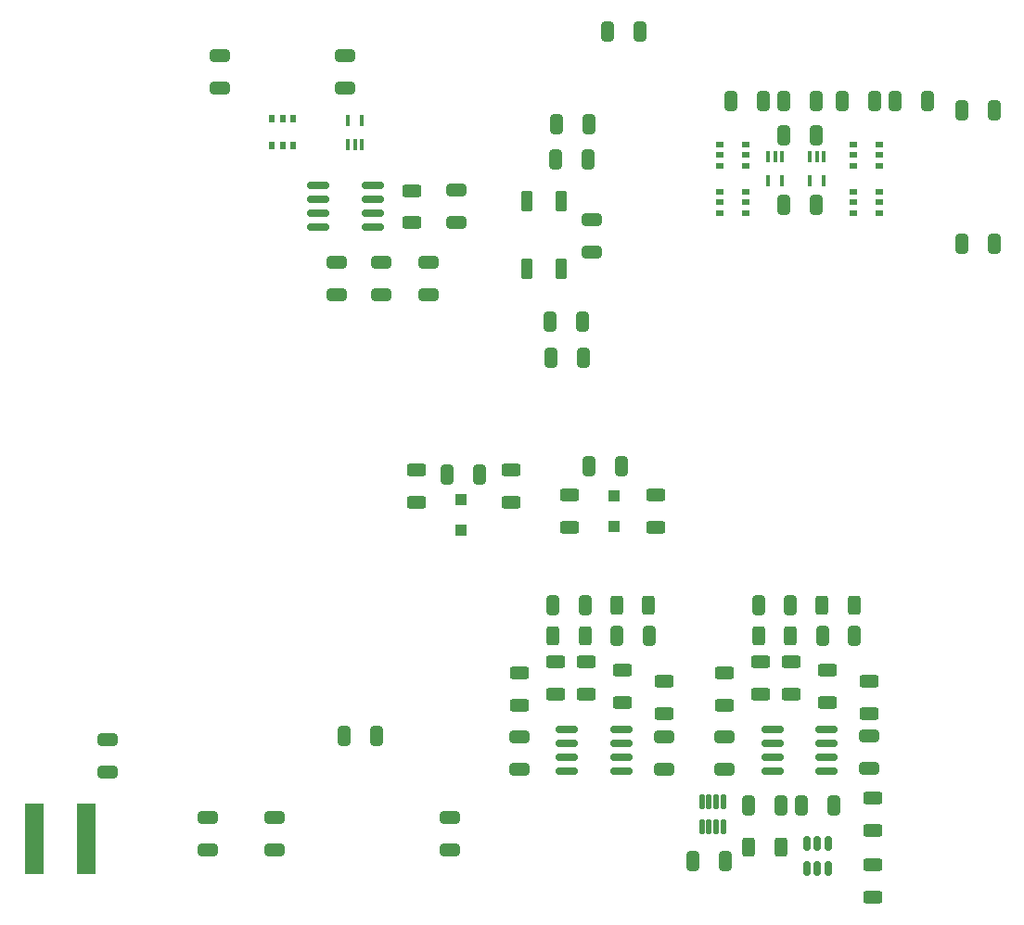
<source format=gbr>
%TF.GenerationSoftware,KiCad,Pcbnew,9.0.2*%
%TF.CreationDate,2025-07-28T11:32:36-05:00*%
%TF.ProjectId,K9HZ_100W_11band_LPF-Control,4b39485a-5f31-4303-9057-5f313162616e,rev?*%
%TF.SameCoordinates,Original*%
%TF.FileFunction,Paste,Top*%
%TF.FilePolarity,Positive*%
%FSLAX46Y46*%
G04 Gerber Fmt 4.6, Leading zero omitted, Abs format (unit mm)*
G04 Created by KiCad (PCBNEW 9.0.2) date 2025-07-28 11:32:36*
%MOMM*%
%LPD*%
G01*
G04 APERTURE LIST*
G04 Aperture macros list*
%AMRoundRect*
0 Rectangle with rounded corners*
0 $1 Rounding radius*
0 $2 $3 $4 $5 $6 $7 $8 $9 X,Y pos of 4 corners*
0 Add a 4 corners polygon primitive as box body*
4,1,4,$2,$3,$4,$5,$6,$7,$8,$9,$2,$3,0*
0 Add four circle primitives for the rounded corners*
1,1,$1+$1,$2,$3*
1,1,$1+$1,$4,$5*
1,1,$1+$1,$6,$7*
1,1,$1+$1,$8,$9*
0 Add four rect primitives between the rounded corners*
20,1,$1+$1,$2,$3,$4,$5,0*
20,1,$1+$1,$4,$5,$6,$7,0*
20,1,$1+$1,$6,$7,$8,$9,0*
20,1,$1+$1,$8,$9,$2,$3,0*%
G04 Aperture macros list end*
%ADD10RoundRect,0.250000X-0.650000X0.325000X-0.650000X-0.325000X0.650000X-0.325000X0.650000X0.325000X0*%
%ADD11RoundRect,0.250000X-0.625000X0.312500X-0.625000X-0.312500X0.625000X-0.312500X0.625000X0.312500X0*%
%ADD12R,0.800000X0.550000*%
%ADD13RoundRect,0.250000X-0.325000X-0.650000X0.325000X-0.650000X0.325000X0.650000X-0.325000X0.650000X0*%
%ADD14R,1.780000X6.500000*%
%ADD15RoundRect,0.250000X0.325000X0.650000X-0.325000X0.650000X-0.325000X-0.650000X0.325000X-0.650000X0*%
%ADD16RoundRect,0.250000X0.625000X-0.312500X0.625000X0.312500X-0.625000X0.312500X-0.625000X-0.312500X0*%
%ADD17RoundRect,0.250000X-0.312500X-0.625000X0.312500X-0.625000X0.312500X0.625000X-0.312500X0.625000X0*%
%ADD18RoundRect,0.250000X-0.300000X0.300000X-0.300000X-0.300000X0.300000X-0.300000X0.300000X0.300000X0*%
%ADD19RoundRect,0.250000X0.650000X-0.325000X0.650000X0.325000X-0.650000X0.325000X-0.650000X-0.325000X0*%
%ADD20RoundRect,0.050000X-0.150000X0.425000X-0.150000X-0.425000X0.150000X-0.425000X0.150000X0.425000X0*%
%ADD21RoundRect,0.250000X0.275000X0.700000X-0.275000X0.700000X-0.275000X-0.700000X0.275000X-0.700000X0*%
%ADD22R,0.550000X0.800000*%
%ADD23RoundRect,0.125000X-0.125000X0.537500X-0.125000X-0.537500X0.125000X-0.537500X0.125000X0.537500X0*%
%ADD24RoundRect,0.150000X-0.825000X-0.150000X0.825000X-0.150000X0.825000X0.150000X-0.825000X0.150000X0*%
%ADD25RoundRect,0.150000X-0.150000X0.512500X-0.150000X-0.512500X0.150000X-0.512500X0.150000X0.512500X0*%
%ADD26RoundRect,0.250000X0.312500X0.625000X-0.312500X0.625000X-0.312500X-0.625000X0.312500X-0.625000X0*%
%ADD27RoundRect,0.050000X0.150000X-0.425000X0.150000X0.425000X-0.150000X0.425000X-0.150000X-0.425000X0*%
G04 APERTURE END LIST*
D10*
%TO.C,C135*%
X102870000Y-119429000D03*
X102870000Y-122379000D03*
%TD*%
D11*
%TO.C,R28*%
X121666000Y-89977500D03*
X121666000Y-92902500D03*
%TD*%
D12*
%TO.C,U8*%
X129929000Y-64196000D03*
X129929000Y-63246000D03*
X129929000Y-62296000D03*
X127529000Y-62296000D03*
X127529000Y-63246000D03*
X127529000Y-64196000D03*
%TD*%
D13*
%TO.C,C149*%
X102665000Y-88143000D03*
X105615000Y-88143000D03*
%TD*%
D14*
%TO.C,L200*%
X64950000Y-121412000D03*
X69670000Y-121412000D03*
%TD*%
D15*
%TO.C,C13*%
X136300000Y-63500000D03*
X133350000Y-63500000D03*
%TD*%
D16*
%TO.C,L40*%
X112522000Y-108142500D03*
X112522000Y-105217500D03*
%TD*%
D10*
%TO.C,C132*%
X80772000Y-119429000D03*
X80772000Y-122379000D03*
%TD*%
D16*
%TO.C,L38*%
X115316000Y-108142500D03*
X115316000Y-105217500D03*
%TD*%
D13*
%TO.C,C146*%
X134984500Y-118364000D03*
X137934500Y-118364000D03*
%TD*%
D17*
%TO.C,R22*%
X131064000Y-102870000D03*
X133989000Y-102870000D03*
%TD*%
D13*
%TO.C,C7*%
X143510000Y-53975000D03*
X146460000Y-53975000D03*
%TD*%
D15*
%TO.C,C145*%
X128028500Y-123444000D03*
X125078500Y-123444000D03*
%TD*%
D18*
%TO.C,D2*%
X117856000Y-90040000D03*
X117856000Y-92840000D03*
%TD*%
D15*
%TO.C,C154*%
X134001500Y-100076000D03*
X131051500Y-100076000D03*
%TD*%
D19*
%TO.C,C140*%
X93345000Y-52783000D03*
X93345000Y-49833000D03*
%TD*%
D10*
%TO.C,C139*%
X109220000Y-112063000D03*
X109220000Y-115013000D03*
%TD*%
D11*
%TO.C,L37*%
X99453000Y-62164500D03*
X99453000Y-65089500D03*
%TD*%
D13*
%TO.C,C10*%
X133350000Y-57150000D03*
X136300000Y-57150000D03*
%TD*%
D20*
%TO.C,U6*%
X137048000Y-59098000D03*
X136398000Y-59098000D03*
X135748000Y-59098000D03*
X135748000Y-61298000D03*
X137048000Y-61298000D03*
%TD*%
D16*
%TO.C,R26*%
X99822000Y-90621500D03*
X99822000Y-87696500D03*
%TD*%
D21*
%TO.C,L2*%
X113081000Y-63119000D03*
X109931000Y-63119000D03*
%TD*%
D18*
%TO.C,D1*%
X103876000Y-90423000D03*
X103876000Y-93223000D03*
%TD*%
D17*
%TO.C,L39*%
X130171000Y-122174000D03*
X133096000Y-122174000D03*
%TD*%
D22*
%TO.C,U21*%
X86680000Y-58018605D03*
X87630000Y-58018605D03*
X88580000Y-58018605D03*
X88580000Y-55618605D03*
X87630000Y-55618605D03*
X86680000Y-55618605D03*
%TD*%
D15*
%TO.C,C17*%
X136300000Y-53975000D03*
X133350000Y-53975000D03*
%TD*%
D11*
%TO.C,R29*%
X113792000Y-89977500D03*
X113792000Y-92902500D03*
%TD*%
D12*
%TO.C,U7*%
X129929000Y-59878000D03*
X129929000Y-58928000D03*
X129929000Y-57978000D03*
X127529000Y-57978000D03*
X127529000Y-58928000D03*
X127529000Y-59878000D03*
%TD*%
D16*
%TO.C,R25*%
X127954500Y-109158500D03*
X127954500Y-106233500D03*
%TD*%
D15*
%TO.C,C16*%
X115595000Y-56134000D03*
X112645000Y-56134000D03*
%TD*%
D20*
%TO.C,U5*%
X133238000Y-59098000D03*
X132588000Y-59098000D03*
X131938000Y-59098000D03*
X131938000Y-61298000D03*
X133238000Y-61298000D03*
%TD*%
D10*
%TO.C,C21*%
X100977000Y-68756000D03*
X100977000Y-71706000D03*
%TD*%
%TO.C,C143*%
X86868000Y-119429000D03*
X86868000Y-122379000D03*
%TD*%
D19*
%TO.C,C133*%
X71628000Y-115267000D03*
X71628000Y-112317000D03*
%TD*%
D13*
%TO.C,C151*%
X130158500Y-118364000D03*
X133108500Y-118364000D03*
%TD*%
D19*
%TO.C,C15*%
X115824000Y-67769000D03*
X115824000Y-64819000D03*
%TD*%
D13*
%TO.C,C20*%
X117270000Y-47625000D03*
X120220000Y-47625000D03*
%TD*%
D16*
%TO.C,L41*%
X141162500Y-109920500D03*
X141162500Y-106995500D03*
%TD*%
D15*
%TO.C,C24*%
X115013000Y-74168000D03*
X112063000Y-74168000D03*
%TD*%
D13*
%TO.C,C1*%
X149606000Y-54864000D03*
X152556000Y-54864000D03*
%TD*%
D23*
%TO.C,U20*%
X127853500Y-117988500D03*
X127203500Y-117988500D03*
X126553500Y-117988500D03*
X125903500Y-117988500D03*
X125903500Y-120263500D03*
X126553500Y-120263500D03*
X127203500Y-120263500D03*
X127853500Y-120263500D03*
%TD*%
D10*
%TO.C,C138*%
X103517000Y-62152000D03*
X103517000Y-65102000D03*
%TD*%
D12*
%TO.C,U1*%
X139721000Y-62296000D03*
X139721000Y-63246000D03*
X139721000Y-64196000D03*
X142121000Y-64196000D03*
X142121000Y-63246000D03*
X142121000Y-62296000D03*
%TD*%
D15*
%TO.C,C144*%
X121109000Y-102870000D03*
X118159000Y-102870000D03*
%TD*%
D11*
%TO.C,R23*%
X141478000Y-117663500D03*
X141478000Y-120588500D03*
%TD*%
D10*
%TO.C,C148*%
X81915000Y-49833000D03*
X81915000Y-52783000D03*
%TD*%
D15*
%TO.C,C18*%
X131474000Y-53975000D03*
X128524000Y-53975000D03*
%TD*%
D16*
%TO.C,R16*%
X118618000Y-108904500D03*
X118618000Y-105979500D03*
%TD*%
%TO.C,L43*%
X134050500Y-108142500D03*
X134050500Y-105217500D03*
%TD*%
D13*
%TO.C,C8*%
X149606000Y-67056000D03*
X152556000Y-67056000D03*
%TD*%
D15*
%TO.C,C136*%
X96217000Y-112014000D03*
X93267000Y-112014000D03*
%TD*%
D21*
%TO.C,L1*%
X113081000Y-69342000D03*
X109931000Y-69342000D03*
%TD*%
D11*
%TO.C,R20*%
X108448000Y-87696500D03*
X108448000Y-90621500D03*
%TD*%
D24*
%TO.C,U18*%
X90882000Y-61722000D03*
X90882000Y-62992000D03*
X90882000Y-64262000D03*
X90882000Y-65532000D03*
X95832000Y-65532000D03*
X95832000Y-64262000D03*
X95832000Y-62992000D03*
X95832000Y-61722000D03*
%TD*%
D16*
%TO.C,L36*%
X122428000Y-109920500D03*
X122428000Y-106995500D03*
%TD*%
D24*
%TO.C,U14*%
X113603000Y-111379000D03*
X113603000Y-112649000D03*
X113603000Y-113919000D03*
X113603000Y-115189000D03*
X118553000Y-115189000D03*
X118553000Y-113919000D03*
X118553000Y-112649000D03*
X118553000Y-111379000D03*
%TD*%
D25*
%TO.C,U17*%
X137409500Y-121798500D03*
X136459500Y-121798500D03*
X135509500Y-121798500D03*
X135509500Y-124073500D03*
X136459500Y-124073500D03*
X137409500Y-124073500D03*
%TD*%
D15*
%TO.C,C25*%
X115521000Y-59309000D03*
X112571000Y-59309000D03*
%TD*%
D10*
%TO.C,C22*%
X96659000Y-68756000D03*
X96659000Y-71706000D03*
%TD*%
D24*
%TO.C,U19*%
X132337500Y-111379000D03*
X132337500Y-112649000D03*
X132337500Y-113919000D03*
X132337500Y-115189000D03*
X137287500Y-115189000D03*
X137287500Y-113919000D03*
X137287500Y-112649000D03*
X137287500Y-111379000D03*
%TD*%
D26*
%TO.C,R13*%
X121035000Y-100076000D03*
X118110000Y-100076000D03*
%TD*%
D15*
%TO.C,C155*%
X139843500Y-102870000D03*
X136893500Y-102870000D03*
%TD*%
D27*
%TO.C,U22*%
X93584000Y-57996000D03*
X94234000Y-57996000D03*
X94884000Y-57996000D03*
X94884000Y-55796000D03*
X93584000Y-55796000D03*
%TD*%
D11*
%TO.C,R30*%
X141478000Y-123759500D03*
X141478000Y-126684500D03*
%TD*%
D13*
%TO.C,C156*%
X115619000Y-87376000D03*
X118569000Y-87376000D03*
%TD*%
D15*
%TO.C,C14*%
X115087000Y-77470000D03*
X112137000Y-77470000D03*
%TD*%
D10*
%TO.C,C23*%
X92595000Y-68756000D03*
X92595000Y-71706000D03*
%TD*%
%TO.C,C150*%
X141162500Y-112001500D03*
X141162500Y-114951500D03*
%TD*%
%TO.C,C137*%
X122428000Y-112063000D03*
X122428000Y-115013000D03*
%TD*%
D16*
%TO.C,R18*%
X109220000Y-109158500D03*
X109220000Y-106233500D03*
%TD*%
D26*
%TO.C,R21*%
X139769500Y-100076000D03*
X136844500Y-100076000D03*
%TD*%
D16*
%TO.C,R24*%
X137352500Y-108904500D03*
X137352500Y-105979500D03*
%TD*%
D17*
%TO.C,R17*%
X112329500Y-102870000D03*
X115254500Y-102870000D03*
%TD*%
D16*
%TO.C,L42*%
X131256500Y-108142500D03*
X131256500Y-105217500D03*
%TD*%
D12*
%TO.C,U3*%
X139721000Y-57978000D03*
X139721000Y-58928000D03*
X139721000Y-59878000D03*
X142121000Y-59878000D03*
X142121000Y-58928000D03*
X142121000Y-57978000D03*
%TD*%
D15*
%TO.C,C147*%
X115267000Y-100076000D03*
X112317000Y-100076000D03*
%TD*%
D13*
%TO.C,C6*%
X138684000Y-53975000D03*
X141634000Y-53975000D03*
%TD*%
D10*
%TO.C,C152*%
X127954500Y-112063000D03*
X127954500Y-115013000D03*
%TD*%
M02*

</source>
